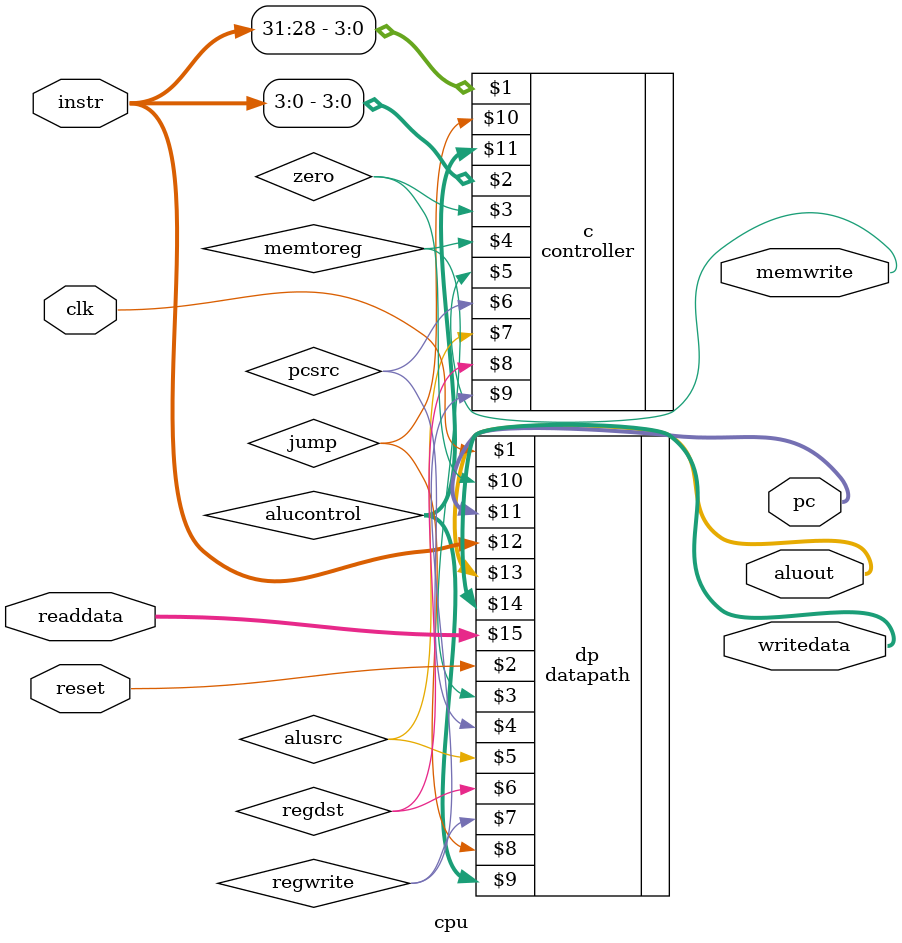
<source format=sv>
`ifndef CPU
`define CPU

`timescale 1ns/100ps

`include "../controller/controller.sv"
`include "../datapath/datapath.sv"

module cpu
    #(parameter n = 32)(
    //
    // ---------------- PORT DEFINITIONS ----------------
    //
    input  logic           clk, reset,
    output logic [(n-1):0] pc,
    input  logic [(n-1):0] instr,
    output logic           memwrite,
    output logic [(n-1):0] aluout, writedata,
    input  logic [(n-1):0] readdata
);
    //
    // ---------------- MODULE DESIGN IMPLEMENTATION ----------------
    //

    // cpu internal components
    logic       memtoreg, alusrc, regdst, regwrite, jump, pcsrc, zero;
    reg  [3:0] alucontrol;
    
    controller c(instr[(31):28], instr[3:0], zero,
                    memtoreg, memwrite, pcsrc,
                    alusrc, regdst, regwrite, jump,
                    alucontrol);

    datapath dp(clk, reset, memtoreg, pcsrc,
                    alusrc, regdst, regwrite, jump,
                    alucontrol,
                    zero, pc, instr,
                    aluout, writedata, readdata);

endmodule

`endif // CPU
</source>
